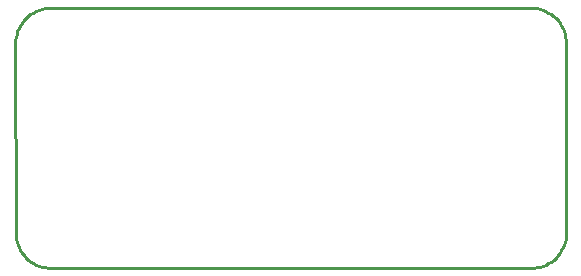
<source format=gbr>
G04 EAGLE Gerber RS-274X export*
G75*
%MOMM*%
%FSLAX34Y34*%
%LPD*%
%IN*%
%IPPOS*%
%AMOC8*
5,1,8,0,0,1.08239X$1,22.5*%
G01*
G04 Define Apertures*
%ADD10C,0.254000*%
D10*
X4674Y197789D02*
X4902Y37569D01*
X5016Y34955D01*
X5358Y32360D01*
X5924Y29805D01*
X6711Y27309D01*
X7713Y24891D01*
X8921Y22569D01*
X10328Y20362D01*
X11921Y18286D01*
X13689Y16356D01*
X15619Y14588D01*
X17695Y12995D01*
X19902Y11588D01*
X22224Y10380D01*
X24642Y9378D01*
X27138Y8591D01*
X29693Y8025D01*
X32288Y7683D01*
X34902Y7569D01*
X441046Y7569D01*
X443661Y7683D01*
X446256Y8025D01*
X448811Y8591D01*
X451307Y9378D01*
X453725Y10380D01*
X456046Y11588D01*
X458253Y12995D01*
X460330Y14588D01*
X462259Y16356D01*
X464028Y18286D01*
X465621Y20362D01*
X467027Y22569D01*
X468235Y24891D01*
X469237Y27309D01*
X470024Y29805D01*
X470590Y32360D01*
X470932Y34955D01*
X471046Y37569D01*
X470818Y197789D01*
X470703Y200404D01*
X470362Y202999D01*
X469795Y205554D01*
X469008Y208050D01*
X468007Y210468D01*
X466798Y212789D01*
X465392Y214996D01*
X463799Y217073D01*
X462031Y219002D01*
X460101Y220771D01*
X458025Y222364D01*
X455818Y223770D01*
X453496Y224978D01*
X451078Y225980D01*
X448582Y226767D01*
X446027Y227333D01*
X443432Y227675D01*
X440818Y227789D01*
X34674Y227789D01*
X32059Y227675D01*
X29464Y227333D01*
X26909Y226767D01*
X24413Y225980D01*
X21995Y224978D01*
X19674Y223770D01*
X17466Y222364D01*
X15390Y220771D01*
X13460Y219002D01*
X11692Y217073D01*
X10099Y214996D01*
X8693Y212789D01*
X7484Y210468D01*
X6483Y208050D01*
X5696Y205554D01*
X5129Y202999D01*
X4788Y200404D01*
X4674Y197789D01*
M02*

</source>
